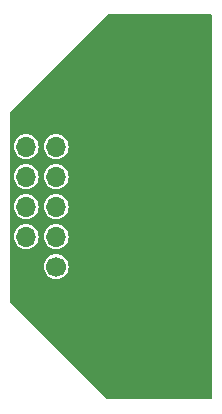
<source format=gbr>
%TF.GenerationSoftware,KiCad,Pcbnew,(6.0.5)*%
%TF.CreationDate,2022-05-17T08:31:01+02:00*%
%TF.ProjectId,logic-breakout,6c6f6769-632d-4627-9265-616b6f75742e,rev?*%
%TF.SameCoordinates,Original*%
%TF.FileFunction,Copper,L2,Bot*%
%TF.FilePolarity,Positive*%
%FSLAX46Y46*%
G04 Gerber Fmt 4.6, Leading zero omitted, Abs format (unit mm)*
G04 Created by KiCad (PCBNEW (6.0.5)) date 2022-05-17 08:31:01*
%MOMM*%
%LPD*%
G01*
G04 APERTURE LIST*
%TA.AperFunction,ComponentPad*%
%ADD10C,1.700000*%
%TD*%
%TA.AperFunction,ComponentPad*%
%ADD11O,1.700000X1.700000*%
%TD*%
%TA.AperFunction,ViaPad*%
%ADD12C,0.800000*%
%TD*%
G04 APERTURE END LIST*
D10*
%TO.P,J1,1,Pin_1*%
%TO.N,/CLK*%
X151775000Y-95075000D03*
D11*
%TO.P,J1,2,Pin_2*%
%TO.N,GND*%
X149235000Y-95075000D03*
%TO.P,J1,3,Pin_3*%
%TO.N,/CH7*%
X151775000Y-92535000D03*
%TO.P,J1,4,Pin_4*%
%TO.N,/CH8*%
X149235000Y-92535000D03*
%TO.P,J1,5,Pin_5*%
%TO.N,/CH5*%
X151775000Y-89995000D03*
%TO.P,J1,6,Pin_6*%
%TO.N,/CH6*%
X149235000Y-89995000D03*
%TO.P,J1,7,Pin_7*%
%TO.N,/CH3*%
X151775000Y-87455000D03*
%TO.P,J1,8,Pin_8*%
%TO.N,/CH4*%
X149235000Y-87455000D03*
%TO.P,J1,9,Pin_9*%
%TO.N,/CH1*%
X151775000Y-84915000D03*
%TO.P,J1,10,Pin_10*%
%TO.N,/CH2*%
X149235000Y-84915000D03*
%TD*%
D12*
%TO.N,GND*%
X149500000Y-82500000D03*
X149500000Y-97500000D03*
X157000000Y-76500000D03*
X154000000Y-100500000D03*
X151000000Y-82500000D03*
X158560000Y-91510000D03*
X158560000Y-100510000D03*
X155500000Y-103500000D03*
X158560000Y-97510000D03*
X151000000Y-97500000D03*
X152500000Y-79500000D03*
X151000000Y-81000000D03*
X154000000Y-78000000D03*
X155500000Y-102000000D03*
X154000000Y-79500000D03*
X152500000Y-100500000D03*
X158560000Y-76510000D03*
X152500000Y-81000000D03*
X155500000Y-78000000D03*
X155500000Y-76500000D03*
X158560000Y-82510000D03*
X154000000Y-102000000D03*
X158560000Y-88510000D03*
X158560000Y-85510000D03*
X158560000Y-94510000D03*
X157000000Y-103500000D03*
X158560000Y-79510000D03*
X158560000Y-103510000D03*
X151000000Y-99000000D03*
X152500000Y-99000000D03*
%TD*%
%TA.AperFunction,Conductor*%
%TO.N,GND*%
G36*
X164918691Y-73729407D02*
G01*
X164954655Y-73778907D01*
X164959500Y-73809500D01*
X164959500Y-106210500D01*
X164940593Y-106268691D01*
X164891093Y-106304655D01*
X164860500Y-106309500D01*
X156184058Y-106309500D01*
X156125867Y-106290593D01*
X156114054Y-106280504D01*
X147889496Y-98055946D01*
X147861719Y-98001429D01*
X147860500Y-97985942D01*
X147860500Y-95060262D01*
X150719520Y-95060262D01*
X150736759Y-95265553D01*
X150793544Y-95463586D01*
X150887712Y-95646818D01*
X151015677Y-95808270D01*
X151019357Y-95811402D01*
X151019359Y-95811404D01*
X151132017Y-95907283D01*
X151172564Y-95941791D01*
X151176787Y-95944151D01*
X151176791Y-95944154D01*
X151216342Y-95966258D01*
X151352398Y-96042297D01*
X151356996Y-96043791D01*
X151543724Y-96104463D01*
X151543726Y-96104464D01*
X151548329Y-96105959D01*
X151752894Y-96130351D01*
X151757716Y-96129980D01*
X151757719Y-96129980D01*
X151825541Y-96124761D01*
X151958300Y-96114546D01*
X152156725Y-96059145D01*
X152161038Y-96056966D01*
X152161044Y-96056964D01*
X152336289Y-95968441D01*
X152336291Y-95968440D01*
X152340610Y-95966258D01*
X152375943Y-95938653D01*
X152499135Y-95842406D01*
X152499139Y-95842402D01*
X152502951Y-95839424D01*
X152637564Y-95683472D01*
X152656231Y-95650613D01*
X152736934Y-95508550D01*
X152736935Y-95508547D01*
X152739323Y-95504344D01*
X152752882Y-95463586D01*
X152802824Y-95313454D01*
X152802824Y-95313452D01*
X152804351Y-95308863D01*
X152830171Y-95104474D01*
X152830583Y-95075000D01*
X152810480Y-94869970D01*
X152750935Y-94672749D01*
X152654218Y-94490849D01*
X152524011Y-94331200D01*
X152365275Y-94199882D01*
X152184055Y-94101897D01*
X152120855Y-94082333D01*
X151991875Y-94042407D01*
X151991871Y-94042406D01*
X151987254Y-94040977D01*
X151982446Y-94040472D01*
X151982443Y-94040471D01*
X151787185Y-94019949D01*
X151787183Y-94019949D01*
X151782369Y-94019443D01*
X151722354Y-94024905D01*
X151582022Y-94037675D01*
X151582017Y-94037676D01*
X151577203Y-94038114D01*
X151379572Y-94096280D01*
X151375288Y-94098519D01*
X151375287Y-94098520D01*
X151364428Y-94104197D01*
X151197002Y-94191726D01*
X151193231Y-94194758D01*
X151040220Y-94317781D01*
X151040217Y-94317783D01*
X151036447Y-94320815D01*
X151033333Y-94324526D01*
X151033332Y-94324527D01*
X151024585Y-94334952D01*
X150904024Y-94478630D01*
X150901689Y-94482878D01*
X150901688Y-94482879D01*
X150894955Y-94495126D01*
X150804776Y-94659162D01*
X150742484Y-94855532D01*
X150741944Y-94860344D01*
X150741944Y-94860345D01*
X150740865Y-94869970D01*
X150719520Y-95060262D01*
X147860500Y-95060262D01*
X147860500Y-92520262D01*
X148179520Y-92520262D01*
X148196759Y-92725553D01*
X148253544Y-92923586D01*
X148347712Y-93106818D01*
X148475677Y-93268270D01*
X148479357Y-93271402D01*
X148479359Y-93271404D01*
X148592017Y-93367283D01*
X148632564Y-93401791D01*
X148636787Y-93404151D01*
X148636791Y-93404154D01*
X148676342Y-93426258D01*
X148812398Y-93502297D01*
X148816996Y-93503791D01*
X149003724Y-93564463D01*
X149003726Y-93564464D01*
X149008329Y-93565959D01*
X149212894Y-93590351D01*
X149217716Y-93589980D01*
X149217719Y-93589980D01*
X149285541Y-93584761D01*
X149418300Y-93574546D01*
X149616725Y-93519145D01*
X149621038Y-93516966D01*
X149621044Y-93516964D01*
X149796289Y-93428441D01*
X149796291Y-93428440D01*
X149800610Y-93426258D01*
X149835943Y-93398653D01*
X149959135Y-93302406D01*
X149959139Y-93302402D01*
X149962951Y-93299424D01*
X150097564Y-93143472D01*
X150116231Y-93110613D01*
X150196934Y-92968550D01*
X150196935Y-92968547D01*
X150199323Y-92964344D01*
X150212882Y-92923586D01*
X150262824Y-92773454D01*
X150262824Y-92773452D01*
X150264351Y-92768863D01*
X150290171Y-92564474D01*
X150290583Y-92535000D01*
X150289138Y-92520262D01*
X150719520Y-92520262D01*
X150736759Y-92725553D01*
X150793544Y-92923586D01*
X150887712Y-93106818D01*
X151015677Y-93268270D01*
X151019357Y-93271402D01*
X151019359Y-93271404D01*
X151132017Y-93367283D01*
X151172564Y-93401791D01*
X151176787Y-93404151D01*
X151176791Y-93404154D01*
X151216342Y-93426258D01*
X151352398Y-93502297D01*
X151356996Y-93503791D01*
X151543724Y-93564463D01*
X151543726Y-93564464D01*
X151548329Y-93565959D01*
X151752894Y-93590351D01*
X151757716Y-93589980D01*
X151757719Y-93589980D01*
X151825541Y-93584761D01*
X151958300Y-93574546D01*
X152156725Y-93519145D01*
X152161038Y-93516966D01*
X152161044Y-93516964D01*
X152336289Y-93428441D01*
X152336291Y-93428440D01*
X152340610Y-93426258D01*
X152375943Y-93398653D01*
X152499135Y-93302406D01*
X152499139Y-93302402D01*
X152502951Y-93299424D01*
X152637564Y-93143472D01*
X152656231Y-93110613D01*
X152736934Y-92968550D01*
X152736935Y-92968547D01*
X152739323Y-92964344D01*
X152752882Y-92923586D01*
X152802824Y-92773454D01*
X152802824Y-92773452D01*
X152804351Y-92768863D01*
X152830171Y-92564474D01*
X152830583Y-92535000D01*
X152810480Y-92329970D01*
X152750935Y-92132749D01*
X152654218Y-91950849D01*
X152524011Y-91791200D01*
X152365275Y-91659882D01*
X152184055Y-91561897D01*
X152120855Y-91542333D01*
X151991875Y-91502407D01*
X151991871Y-91502406D01*
X151987254Y-91500977D01*
X151982446Y-91500472D01*
X151982443Y-91500471D01*
X151787185Y-91479949D01*
X151787183Y-91479949D01*
X151782369Y-91479443D01*
X151722354Y-91484905D01*
X151582022Y-91497675D01*
X151582017Y-91497676D01*
X151577203Y-91498114D01*
X151379572Y-91556280D01*
X151375288Y-91558519D01*
X151375287Y-91558520D01*
X151364428Y-91564197D01*
X151197002Y-91651726D01*
X151193231Y-91654758D01*
X151040220Y-91777781D01*
X151040217Y-91777783D01*
X151036447Y-91780815D01*
X151033333Y-91784526D01*
X151033332Y-91784527D01*
X151024585Y-91794952D01*
X150904024Y-91938630D01*
X150901689Y-91942878D01*
X150901688Y-91942879D01*
X150894955Y-91955126D01*
X150804776Y-92119162D01*
X150742484Y-92315532D01*
X150741944Y-92320344D01*
X150741944Y-92320345D01*
X150740865Y-92329970D01*
X150719520Y-92520262D01*
X150289138Y-92520262D01*
X150270480Y-92329970D01*
X150210935Y-92132749D01*
X150114218Y-91950849D01*
X149984011Y-91791200D01*
X149825275Y-91659882D01*
X149644055Y-91561897D01*
X149580855Y-91542333D01*
X149451875Y-91502407D01*
X149451871Y-91502406D01*
X149447254Y-91500977D01*
X149442446Y-91500472D01*
X149442443Y-91500471D01*
X149247185Y-91479949D01*
X149247183Y-91479949D01*
X149242369Y-91479443D01*
X149182354Y-91484905D01*
X149042022Y-91497675D01*
X149042017Y-91497676D01*
X149037203Y-91498114D01*
X148839572Y-91556280D01*
X148835288Y-91558519D01*
X148835287Y-91558520D01*
X148824428Y-91564197D01*
X148657002Y-91651726D01*
X148653231Y-91654758D01*
X148500220Y-91777781D01*
X148500217Y-91777783D01*
X148496447Y-91780815D01*
X148493333Y-91784526D01*
X148493332Y-91784527D01*
X148484585Y-91794952D01*
X148364024Y-91938630D01*
X148361689Y-91942878D01*
X148361688Y-91942879D01*
X148354955Y-91955126D01*
X148264776Y-92119162D01*
X148202484Y-92315532D01*
X148201944Y-92320344D01*
X148201944Y-92320345D01*
X148200865Y-92329970D01*
X148179520Y-92520262D01*
X147860500Y-92520262D01*
X147860500Y-89980262D01*
X148179520Y-89980262D01*
X148196759Y-90185553D01*
X148253544Y-90383586D01*
X148347712Y-90566818D01*
X148475677Y-90728270D01*
X148479357Y-90731402D01*
X148479359Y-90731404D01*
X148592017Y-90827283D01*
X148632564Y-90861791D01*
X148636787Y-90864151D01*
X148636791Y-90864154D01*
X148676342Y-90886258D01*
X148812398Y-90962297D01*
X148816996Y-90963791D01*
X149003724Y-91024463D01*
X149003726Y-91024464D01*
X149008329Y-91025959D01*
X149212894Y-91050351D01*
X149217716Y-91049980D01*
X149217719Y-91049980D01*
X149285541Y-91044761D01*
X149418300Y-91034546D01*
X149616725Y-90979145D01*
X149621038Y-90976966D01*
X149621044Y-90976964D01*
X149796289Y-90888441D01*
X149796291Y-90888440D01*
X149800610Y-90886258D01*
X149835943Y-90858653D01*
X149959135Y-90762406D01*
X149959139Y-90762402D01*
X149962951Y-90759424D01*
X150097564Y-90603472D01*
X150116231Y-90570613D01*
X150196934Y-90428550D01*
X150196935Y-90428547D01*
X150199323Y-90424344D01*
X150212882Y-90383586D01*
X150262824Y-90233454D01*
X150262824Y-90233452D01*
X150264351Y-90228863D01*
X150290171Y-90024474D01*
X150290583Y-89995000D01*
X150289138Y-89980262D01*
X150719520Y-89980262D01*
X150736759Y-90185553D01*
X150793544Y-90383586D01*
X150887712Y-90566818D01*
X151015677Y-90728270D01*
X151019357Y-90731402D01*
X151019359Y-90731404D01*
X151132017Y-90827283D01*
X151172564Y-90861791D01*
X151176787Y-90864151D01*
X151176791Y-90864154D01*
X151216342Y-90886258D01*
X151352398Y-90962297D01*
X151356996Y-90963791D01*
X151543724Y-91024463D01*
X151543726Y-91024464D01*
X151548329Y-91025959D01*
X151752894Y-91050351D01*
X151757716Y-91049980D01*
X151757719Y-91049980D01*
X151825541Y-91044761D01*
X151958300Y-91034546D01*
X152156725Y-90979145D01*
X152161038Y-90976966D01*
X152161044Y-90976964D01*
X152336289Y-90888441D01*
X152336291Y-90888440D01*
X152340610Y-90886258D01*
X152375943Y-90858653D01*
X152499135Y-90762406D01*
X152499139Y-90762402D01*
X152502951Y-90759424D01*
X152637564Y-90603472D01*
X152656231Y-90570613D01*
X152736934Y-90428550D01*
X152736935Y-90428547D01*
X152739323Y-90424344D01*
X152752882Y-90383586D01*
X152802824Y-90233454D01*
X152802824Y-90233452D01*
X152804351Y-90228863D01*
X152830171Y-90024474D01*
X152830583Y-89995000D01*
X152810480Y-89789970D01*
X152750935Y-89592749D01*
X152654218Y-89410849D01*
X152524011Y-89251200D01*
X152365275Y-89119882D01*
X152184055Y-89021897D01*
X152120855Y-89002333D01*
X151991875Y-88962407D01*
X151991871Y-88962406D01*
X151987254Y-88960977D01*
X151982446Y-88960472D01*
X151982443Y-88960471D01*
X151787185Y-88939949D01*
X151787183Y-88939949D01*
X151782369Y-88939443D01*
X151722354Y-88944905D01*
X151582022Y-88957675D01*
X151582017Y-88957676D01*
X151577203Y-88958114D01*
X151379572Y-89016280D01*
X151375288Y-89018519D01*
X151375287Y-89018520D01*
X151364428Y-89024197D01*
X151197002Y-89111726D01*
X151193231Y-89114758D01*
X151040220Y-89237781D01*
X151040217Y-89237783D01*
X151036447Y-89240815D01*
X151033333Y-89244526D01*
X151033332Y-89244527D01*
X151024585Y-89254952D01*
X150904024Y-89398630D01*
X150901689Y-89402878D01*
X150901688Y-89402879D01*
X150894955Y-89415126D01*
X150804776Y-89579162D01*
X150742484Y-89775532D01*
X150741944Y-89780344D01*
X150741944Y-89780345D01*
X150740865Y-89789970D01*
X150719520Y-89980262D01*
X150289138Y-89980262D01*
X150270480Y-89789970D01*
X150210935Y-89592749D01*
X150114218Y-89410849D01*
X149984011Y-89251200D01*
X149825275Y-89119882D01*
X149644055Y-89021897D01*
X149580855Y-89002333D01*
X149451875Y-88962407D01*
X149451871Y-88962406D01*
X149447254Y-88960977D01*
X149442446Y-88960472D01*
X149442443Y-88960471D01*
X149247185Y-88939949D01*
X149247183Y-88939949D01*
X149242369Y-88939443D01*
X149182354Y-88944905D01*
X149042022Y-88957675D01*
X149042017Y-88957676D01*
X149037203Y-88958114D01*
X148839572Y-89016280D01*
X148835288Y-89018519D01*
X148835287Y-89018520D01*
X148824428Y-89024197D01*
X148657002Y-89111726D01*
X148653231Y-89114758D01*
X148500220Y-89237781D01*
X148500217Y-89237783D01*
X148496447Y-89240815D01*
X148493333Y-89244526D01*
X148493332Y-89244527D01*
X148484585Y-89254952D01*
X148364024Y-89398630D01*
X148361689Y-89402878D01*
X148361688Y-89402879D01*
X148354955Y-89415126D01*
X148264776Y-89579162D01*
X148202484Y-89775532D01*
X148201944Y-89780344D01*
X148201944Y-89780345D01*
X148200865Y-89789970D01*
X148179520Y-89980262D01*
X147860500Y-89980262D01*
X147860500Y-87440262D01*
X148179520Y-87440262D01*
X148196759Y-87645553D01*
X148253544Y-87843586D01*
X148347712Y-88026818D01*
X148475677Y-88188270D01*
X148479357Y-88191402D01*
X148479359Y-88191404D01*
X148592017Y-88287283D01*
X148632564Y-88321791D01*
X148636787Y-88324151D01*
X148636791Y-88324154D01*
X148676342Y-88346258D01*
X148812398Y-88422297D01*
X148816996Y-88423791D01*
X149003724Y-88484463D01*
X149003726Y-88484464D01*
X149008329Y-88485959D01*
X149212894Y-88510351D01*
X149217716Y-88509980D01*
X149217719Y-88509980D01*
X149285541Y-88504761D01*
X149418300Y-88494546D01*
X149616725Y-88439145D01*
X149621038Y-88436966D01*
X149621044Y-88436964D01*
X149796289Y-88348441D01*
X149796291Y-88348440D01*
X149800610Y-88346258D01*
X149835943Y-88318653D01*
X149959135Y-88222406D01*
X149959139Y-88222402D01*
X149962951Y-88219424D01*
X150097564Y-88063472D01*
X150116231Y-88030613D01*
X150196934Y-87888550D01*
X150196935Y-87888547D01*
X150199323Y-87884344D01*
X150212882Y-87843586D01*
X150262824Y-87693454D01*
X150262824Y-87693452D01*
X150264351Y-87688863D01*
X150290171Y-87484474D01*
X150290583Y-87455000D01*
X150289138Y-87440262D01*
X150719520Y-87440262D01*
X150736759Y-87645553D01*
X150793544Y-87843586D01*
X150887712Y-88026818D01*
X151015677Y-88188270D01*
X151019357Y-88191402D01*
X151019359Y-88191404D01*
X151132017Y-88287283D01*
X151172564Y-88321791D01*
X151176787Y-88324151D01*
X151176791Y-88324154D01*
X151216342Y-88346258D01*
X151352398Y-88422297D01*
X151356996Y-88423791D01*
X151543724Y-88484463D01*
X151543726Y-88484464D01*
X151548329Y-88485959D01*
X151752894Y-88510351D01*
X151757716Y-88509980D01*
X151757719Y-88509980D01*
X151825541Y-88504761D01*
X151958300Y-88494546D01*
X152156725Y-88439145D01*
X152161038Y-88436966D01*
X152161044Y-88436964D01*
X152336289Y-88348441D01*
X152336291Y-88348440D01*
X152340610Y-88346258D01*
X152375943Y-88318653D01*
X152499135Y-88222406D01*
X152499139Y-88222402D01*
X152502951Y-88219424D01*
X152637564Y-88063472D01*
X152656231Y-88030613D01*
X152736934Y-87888550D01*
X152736935Y-87888547D01*
X152739323Y-87884344D01*
X152752882Y-87843586D01*
X152802824Y-87693454D01*
X152802824Y-87693452D01*
X152804351Y-87688863D01*
X152830171Y-87484474D01*
X152830583Y-87455000D01*
X152810480Y-87249970D01*
X152750935Y-87052749D01*
X152654218Y-86870849D01*
X152524011Y-86711200D01*
X152365275Y-86579882D01*
X152184055Y-86481897D01*
X152120855Y-86462333D01*
X151991875Y-86422407D01*
X151991871Y-86422406D01*
X151987254Y-86420977D01*
X151982446Y-86420472D01*
X151982443Y-86420471D01*
X151787185Y-86399949D01*
X151787183Y-86399949D01*
X151782369Y-86399443D01*
X151722354Y-86404905D01*
X151582022Y-86417675D01*
X151582017Y-86417676D01*
X151577203Y-86418114D01*
X151379572Y-86476280D01*
X151375288Y-86478519D01*
X151375287Y-86478520D01*
X151364428Y-86484197D01*
X151197002Y-86571726D01*
X151193231Y-86574758D01*
X151040220Y-86697781D01*
X151040217Y-86697783D01*
X151036447Y-86700815D01*
X151033333Y-86704526D01*
X151033332Y-86704527D01*
X151024585Y-86714952D01*
X150904024Y-86858630D01*
X150901689Y-86862878D01*
X150901688Y-86862879D01*
X150894955Y-86875126D01*
X150804776Y-87039162D01*
X150742484Y-87235532D01*
X150741944Y-87240344D01*
X150741944Y-87240345D01*
X150740865Y-87249970D01*
X150719520Y-87440262D01*
X150289138Y-87440262D01*
X150270480Y-87249970D01*
X150210935Y-87052749D01*
X150114218Y-86870849D01*
X149984011Y-86711200D01*
X149825275Y-86579882D01*
X149644055Y-86481897D01*
X149580855Y-86462333D01*
X149451875Y-86422407D01*
X149451871Y-86422406D01*
X149447254Y-86420977D01*
X149442446Y-86420472D01*
X149442443Y-86420471D01*
X149247185Y-86399949D01*
X149247183Y-86399949D01*
X149242369Y-86399443D01*
X149182354Y-86404905D01*
X149042022Y-86417675D01*
X149042017Y-86417676D01*
X149037203Y-86418114D01*
X148839572Y-86476280D01*
X148835288Y-86478519D01*
X148835287Y-86478520D01*
X148824428Y-86484197D01*
X148657002Y-86571726D01*
X148653231Y-86574758D01*
X148500220Y-86697781D01*
X148500217Y-86697783D01*
X148496447Y-86700815D01*
X148493333Y-86704526D01*
X148493332Y-86704527D01*
X148484585Y-86714952D01*
X148364024Y-86858630D01*
X148361689Y-86862878D01*
X148361688Y-86862879D01*
X148354955Y-86875126D01*
X148264776Y-87039162D01*
X148202484Y-87235532D01*
X148201944Y-87240344D01*
X148201944Y-87240345D01*
X148200865Y-87249970D01*
X148179520Y-87440262D01*
X147860500Y-87440262D01*
X147860500Y-84900262D01*
X148179520Y-84900262D01*
X148196759Y-85105553D01*
X148253544Y-85303586D01*
X148347712Y-85486818D01*
X148475677Y-85648270D01*
X148479357Y-85651402D01*
X148479359Y-85651404D01*
X148592017Y-85747283D01*
X148632564Y-85781791D01*
X148636787Y-85784151D01*
X148636791Y-85784154D01*
X148676342Y-85806258D01*
X148812398Y-85882297D01*
X148816996Y-85883791D01*
X149003724Y-85944463D01*
X149003726Y-85944464D01*
X149008329Y-85945959D01*
X149212894Y-85970351D01*
X149217716Y-85969980D01*
X149217719Y-85969980D01*
X149285541Y-85964761D01*
X149418300Y-85954546D01*
X149616725Y-85899145D01*
X149621038Y-85896966D01*
X149621044Y-85896964D01*
X149796289Y-85808441D01*
X149796291Y-85808440D01*
X149800610Y-85806258D01*
X149835943Y-85778653D01*
X149959135Y-85682406D01*
X149959139Y-85682402D01*
X149962951Y-85679424D01*
X150097564Y-85523472D01*
X150116231Y-85490613D01*
X150196934Y-85348550D01*
X150196935Y-85348547D01*
X150199323Y-85344344D01*
X150212882Y-85303586D01*
X150262824Y-85153454D01*
X150262824Y-85153452D01*
X150264351Y-85148863D01*
X150290171Y-84944474D01*
X150290583Y-84915000D01*
X150289138Y-84900262D01*
X150719520Y-84900262D01*
X150736759Y-85105553D01*
X150793544Y-85303586D01*
X150887712Y-85486818D01*
X151015677Y-85648270D01*
X151019357Y-85651402D01*
X151019359Y-85651404D01*
X151132017Y-85747283D01*
X151172564Y-85781791D01*
X151176787Y-85784151D01*
X151176791Y-85784154D01*
X151216342Y-85806258D01*
X151352398Y-85882297D01*
X151356996Y-85883791D01*
X151543724Y-85944463D01*
X151543726Y-85944464D01*
X151548329Y-85945959D01*
X151752894Y-85970351D01*
X151757716Y-85969980D01*
X151757719Y-85969980D01*
X151825541Y-85964761D01*
X151958300Y-85954546D01*
X152156725Y-85899145D01*
X152161038Y-85896966D01*
X152161044Y-85896964D01*
X152336289Y-85808441D01*
X152336291Y-85808440D01*
X152340610Y-85806258D01*
X152375943Y-85778653D01*
X152499135Y-85682406D01*
X152499139Y-85682402D01*
X152502951Y-85679424D01*
X152637564Y-85523472D01*
X152656231Y-85490613D01*
X152736934Y-85348550D01*
X152736935Y-85348547D01*
X152739323Y-85344344D01*
X152752882Y-85303586D01*
X152802824Y-85153454D01*
X152802824Y-85153452D01*
X152804351Y-85148863D01*
X152830171Y-84944474D01*
X152830583Y-84915000D01*
X152810480Y-84709970D01*
X152750935Y-84512749D01*
X152654218Y-84330849D01*
X152524011Y-84171200D01*
X152365275Y-84039882D01*
X152184055Y-83941897D01*
X152120855Y-83922333D01*
X151991875Y-83882407D01*
X151991871Y-83882406D01*
X151987254Y-83880977D01*
X151982446Y-83880472D01*
X151982443Y-83880471D01*
X151787185Y-83859949D01*
X151787183Y-83859949D01*
X151782369Y-83859443D01*
X151722354Y-83864905D01*
X151582022Y-83877675D01*
X151582017Y-83877676D01*
X151577203Y-83878114D01*
X151379572Y-83936280D01*
X151375288Y-83938519D01*
X151375287Y-83938520D01*
X151364428Y-83944197D01*
X151197002Y-84031726D01*
X151193231Y-84034758D01*
X151040220Y-84157781D01*
X151040217Y-84157783D01*
X151036447Y-84160815D01*
X151033333Y-84164526D01*
X151033332Y-84164527D01*
X151024585Y-84174952D01*
X150904024Y-84318630D01*
X150901689Y-84322878D01*
X150901688Y-84322879D01*
X150894955Y-84335126D01*
X150804776Y-84499162D01*
X150742484Y-84695532D01*
X150741944Y-84700344D01*
X150741944Y-84700345D01*
X150740865Y-84709970D01*
X150719520Y-84900262D01*
X150289138Y-84900262D01*
X150270480Y-84709970D01*
X150210935Y-84512749D01*
X150114218Y-84330849D01*
X149984011Y-84171200D01*
X149825275Y-84039882D01*
X149644055Y-83941897D01*
X149580855Y-83922333D01*
X149451875Y-83882407D01*
X149451871Y-83882406D01*
X149447254Y-83880977D01*
X149442446Y-83880472D01*
X149442443Y-83880471D01*
X149247185Y-83859949D01*
X149247183Y-83859949D01*
X149242369Y-83859443D01*
X149182354Y-83864905D01*
X149042022Y-83877675D01*
X149042017Y-83877676D01*
X149037203Y-83878114D01*
X148839572Y-83936280D01*
X148835288Y-83938519D01*
X148835287Y-83938520D01*
X148824428Y-83944197D01*
X148657002Y-84031726D01*
X148653231Y-84034758D01*
X148500220Y-84157781D01*
X148500217Y-84157783D01*
X148496447Y-84160815D01*
X148493333Y-84164526D01*
X148493332Y-84164527D01*
X148484585Y-84174952D01*
X148364024Y-84318630D01*
X148361689Y-84322878D01*
X148361688Y-84322879D01*
X148354955Y-84335126D01*
X148264776Y-84499162D01*
X148202484Y-84695532D01*
X148201944Y-84700344D01*
X148201944Y-84700345D01*
X148200865Y-84709970D01*
X148179520Y-84900262D01*
X147860500Y-84900262D01*
X147860500Y-82034058D01*
X147879407Y-81975867D01*
X147889496Y-81964054D01*
X156114054Y-73739496D01*
X156168571Y-73711719D01*
X156184058Y-73710500D01*
X164860500Y-73710500D01*
X164918691Y-73729407D01*
G37*
%TD.AperFunction*%
%TD*%
M02*

</source>
